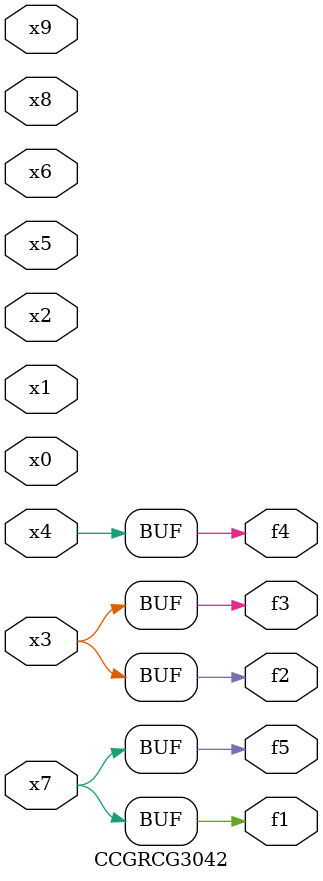
<source format=v>
module CCGRCG3042(
	input x0, x1, x2, x3, x4, x5, x6, x7, x8, x9,
	output f1, f2, f3, f4, f5
);
	assign f1 = x7;
	assign f2 = x3;
	assign f3 = x3;
	assign f4 = x4;
	assign f5 = x7;
endmodule

</source>
